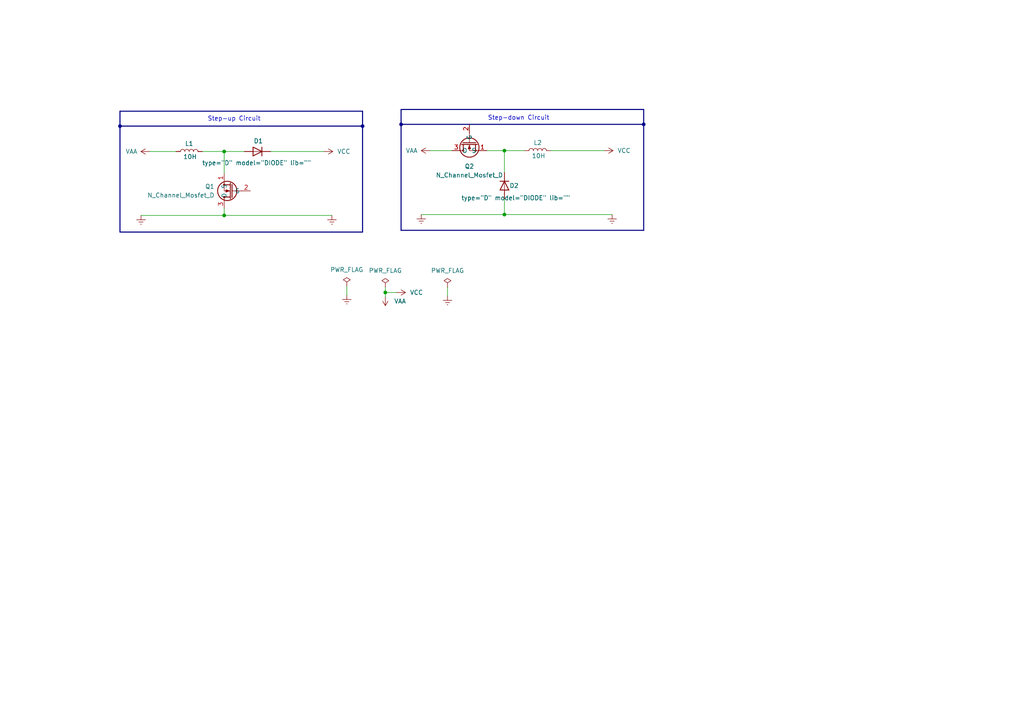
<source format=kicad_sch>
(kicad_sch (version 20211123) (generator eeschema)

  (uuid 0c4471f4-b29b-465e-be04-61c1ffe3534e)

  (paper "A4")

  (title_block
    (title "Non-Isolated Basic DC-DC Converter")
    (date "2022-05-18")
    (rev "v.1.1")
    (company "zhrzkn")
  )

  (lib_symbols
    (symbol "Device:L" (pin_numbers hide) (pin_names (offset 1.016) hide) (in_bom yes) (on_board yes)
      (property "Reference" "L" (id 0) (at -1.27 0 90)
        (effects (font (size 1.27 1.27)))
      )
      (property "Value" "L" (id 1) (at 1.905 0 90)
        (effects (font (size 1.27 1.27)))
      )
      (property "Footprint" "" (id 2) (at 0 0 0)
        (effects (font (size 1.27 1.27)) hide)
      )
      (property "Datasheet" "~" (id 3) (at 0 0 0)
        (effects (font (size 1.27 1.27)) hide)
      )
      (property "ki_keywords" "inductor choke coil reactor magnetic" (id 4) (at 0 0 0)
        (effects (font (size 1.27 1.27)) hide)
      )
      (property "ki_description" "Inductor" (id 5) (at 0 0 0)
        (effects (font (size 1.27 1.27)) hide)
      )
      (property "ki_fp_filters" "Choke_* *Coil* Inductor_* L_*" (id 6) (at 0 0 0)
        (effects (font (size 1.27 1.27)) hide)
      )
      (symbol "L_0_1"
        (arc (start 0 -2.54) (mid 0.635 -1.905) (end 0 -1.27)
          (stroke (width 0) (type default) (color 0 0 0 0))
          (fill (type none))
        )
        (arc (start 0 -1.27) (mid 0.635 -0.635) (end 0 0)
          (stroke (width 0) (type default) (color 0 0 0 0))
          (fill (type none))
        )
        (arc (start 0 0) (mid 0.635 0.635) (end 0 1.27)
          (stroke (width 0) (type default) (color 0 0 0 0))
          (fill (type none))
        )
        (arc (start 0 1.27) (mid 0.635 1.905) (end 0 2.54)
          (stroke (width 0) (type default) (color 0 0 0 0))
          (fill (type none))
        )
      )
      (symbol "L_1_1"
        (pin passive line (at 0 3.81 270) (length 1.27)
          (name "1" (effects (font (size 1.27 1.27))))
          (number "1" (effects (font (size 1.27 1.27))))
        )
        (pin passive line (at 0 -3.81 90) (length 1.27)
          (name "2" (effects (font (size 1.27 1.27))))
          (number "2" (effects (font (size 1.27 1.27))))
        )
      )
    )
    (symbol "Simulation_SPICE:DIODE" (pin_numbers hide) (pin_names (offset 1.016) hide) (in_bom yes) (on_board yes)
      (property "Reference" "D" (id 0) (at 0 2.54 0)
        (effects (font (size 1.27 1.27)))
      )
      (property "Value" "DIODE" (id 1) (at 0 -2.54 0)
        (effects (font (size 1.27 1.27)))
      )
      (property "Footprint" "" (id 2) (at 0 0 0)
        (effects (font (size 1.27 1.27)) hide)
      )
      (property "Datasheet" "~" (id 3) (at 0 0 0)
        (effects (font (size 1.27 1.27)) hide)
      )
      (property "Spice_Netlist_Enabled" "Y" (id 4) (at 0 0 0)
        (effects (font (size 1.27 1.27)) (justify left) hide)
      )
      (property "Spice_Primitive" "D" (id 5) (at 0 0 0)
        (effects (font (size 1.27 1.27)) (justify left) hide)
      )
      (property "ki_keywords" "simulation" (id 6) (at 0 0 0)
        (effects (font (size 1.27 1.27)) hide)
      )
      (property "ki_description" "Diode, anode on pin 1, for simulation only!" (id 7) (at 0 0 0)
        (effects (font (size 1.27 1.27)) hide)
      )
      (symbol "DIODE_0_1"
        (polyline
          (pts
            (xy 1.27 0)
            (xy -1.27 0)
          )
          (stroke (width 0) (type default) (color 0 0 0 0))
          (fill (type none))
        )
        (polyline
          (pts
            (xy 1.27 1.27)
            (xy 1.27 -1.27)
          )
          (stroke (width 0.254) (type default) (color 0 0 0 0))
          (fill (type none))
        )
        (polyline
          (pts
            (xy -1.27 -1.27)
            (xy -1.27 1.27)
            (xy 1.27 0)
            (xy -1.27 -1.27)
          )
          (stroke (width 0.254) (type default) (color 0 0 0 0))
          (fill (type none))
        )
      )
      (symbol "DIODE_1_1"
        (pin passive line (at -3.81 0 0) (length 2.54)
          (name "A" (effects (font (size 1.27 1.27))))
          (number "1" (effects (font (size 1.27 1.27))))
        )
        (pin passive line (at 3.81 0 180) (length 2.54)
          (name "K" (effects (font (size 1.27 1.27))))
          (number "2" (effects (font (size 1.27 1.27))))
        )
      )
    )
    (symbol "extra_library:N_Channel_Mosfet_D" (in_bom yes) (on_board yes)
      (property "Reference" "Q" (id 0) (at -1.27 4.318 0)
        (effects (font (size 1.27 1.27)))
      )
      (property "Value" "N_Channel_Mosfet_D" (id 1) (at 1.016 -8.128 0)
        (effects (font (size 1.27 1.27)))
      )
      (property "Footprint" "" (id 2) (at -1.778 0 0)
        (effects (font (size 1.27 1.27)) hide)
      )
      (property "Datasheet" "" (id 3) (at -1.778 0 0)
        (effects (font (size 1.27 1.27)) hide)
      )
      (symbol "N_Channel_Mosfet_D_0_1"
        (polyline
          (pts
            (xy 0 0)
            (xy -2.794 0)
          )
          (stroke (width 0) (type default) (color 0 0 0 0))
          (fill (type none))
        )
        (polyline
          (pts
            (xy 0 1.905)
            (xy 0 -1.905)
          )
          (stroke (width 0.254) (type default) (color 0 0 0 0))
          (fill (type none))
        )
        (polyline
          (pts
            (xy 0.508 -1.27)
            (xy 0.508 -2.286)
          )
          (stroke (width 0.254) (type default) (color 0 0 0 0))
          (fill (type none))
        )
        (polyline
          (pts
            (xy 0.508 0.508)
            (xy 0.508 -1.27)
          )
          (stroke (width 0.254) (type default) (color 0 0 0 0))
          (fill (type none))
        )
        (polyline
          (pts
            (xy 0.508 2.286)
            (xy 0.508 0.508)
          )
          (stroke (width 0.254) (type default) (color 0 0 0 0))
          (fill (type none))
        )
        (polyline
          (pts
            (xy 2.032 -1.778)
            (xy 0.508 -1.778)
          )
          (stroke (width 0.254) (type default) (color 0 0 0 0))
          (fill (type none))
        )
        (polyline
          (pts
            (xy 2.032 1.778)
            (xy 0.508 1.778)
          )
          (stroke (width 0.254) (type default) (color 0 0 0 0))
          (fill (type none))
        )
        (polyline
          (pts
            (xy 2.286 2.54)
            (xy 2.286 1.778)
          )
          (stroke (width 0) (type default) (color 0 0 0 0))
          (fill (type none))
        )
        (polyline
          (pts
            (xy 2.286 -2.54)
            (xy 2.286 0)
            (xy 0.508 0)
          )
          (stroke (width 0) (type default) (color 0 0 0 0))
          (fill (type none))
        )
        (polyline
          (pts
            (xy 0.762 0)
            (xy 1.778 0.381)
            (xy 1.778 -0.381)
            (xy 0.762 0)
          )
          (stroke (width 0) (type default) (color 0 0 0 0))
          (fill (type outline))
        )
        (circle (center 1.397 0) (radius 2.794)
          (stroke (width 0.254) (type default) (color 0 0 0 0))
          (fill (type none))
        )
        (circle (center 2.286 -1.778) (radius 0.254)
          (stroke (width 0) (type default) (color 0 0 0 0))
          (fill (type outline))
        )
        (circle (center 2.286 1.778) (radius 0.254)
          (stroke (width 0) (type default) (color 0 0 0 0))
          (fill (type outline))
        )
      )
      (symbol "N_Channel_Mosfet_D_1_1"
        (pin passive line (at 2.286 -5.08 90) (length 2.54)
          (name "S" (effects (font (size 1.27 1.27))))
          (number "1" (effects (font (size 1.27 1.27))))
        )
        (pin input line (at -5.334 0 0) (length 2.54)
          (name "G" (effects (font (size 1.27 1.27))))
          (number "2" (effects (font (size 1.27 1.27))))
        )
        (pin passive line (at 2.286 5.08 270) (length 2.54)
          (name "D" (effects (font (size 1.27 1.27))))
          (number "3" (effects (font (size 1.27 1.27))))
        )
      )
    )
    (symbol "power:Earth" (power) (pin_names (offset 0)) (in_bom yes) (on_board yes)
      (property "Reference" "#PWR" (id 0) (at 0 -6.35 0)
        (effects (font (size 1.27 1.27)) hide)
      )
      (property "Value" "Earth" (id 1) (at 0 -3.81 0)
        (effects (font (size 1.27 1.27)) hide)
      )
      (property "Footprint" "" (id 2) (at 0 0 0)
        (effects (font (size 1.27 1.27)) hide)
      )
      (property "Datasheet" "~" (id 3) (at 0 0 0)
        (effects (font (size 1.27 1.27)) hide)
      )
      (property "ki_keywords" "power-flag ground gnd" (id 4) (at 0 0 0)
        (effects (font (size 1.27 1.27)) hide)
      )
      (property "ki_description" "Power symbol creates a global label with name \"Earth\"" (id 5) (at 0 0 0)
        (effects (font (size 1.27 1.27)) hide)
      )
      (symbol "Earth_0_1"
        (polyline
          (pts
            (xy -0.635 -1.905)
            (xy 0.635 -1.905)
          )
          (stroke (width 0) (type default) (color 0 0 0 0))
          (fill (type none))
        )
        (polyline
          (pts
            (xy -0.127 -2.54)
            (xy 0.127 -2.54)
          )
          (stroke (width 0) (type default) (color 0 0 0 0))
          (fill (type none))
        )
        (polyline
          (pts
            (xy 0 -1.27)
            (xy 0 0)
          )
          (stroke (width 0) (type default) (color 0 0 0 0))
          (fill (type none))
        )
        (polyline
          (pts
            (xy 1.27 -1.27)
            (xy -1.27 -1.27)
          )
          (stroke (width 0) (type default) (color 0 0 0 0))
          (fill (type none))
        )
      )
      (symbol "Earth_1_1"
        (pin power_in line (at 0 0 270) (length 0) hide
          (name "Earth" (effects (font (size 1.27 1.27))))
          (number "1" (effects (font (size 1.27 1.27))))
        )
      )
    )
    (symbol "power:PWR_FLAG" (power) (pin_numbers hide) (pin_names (offset 0) hide) (in_bom yes) (on_board yes)
      (property "Reference" "#FLG" (id 0) (at 0 1.905 0)
        (effects (font (size 1.27 1.27)) hide)
      )
      (property "Value" "PWR_FLAG" (id 1) (at 0 3.81 0)
        (effects (font (size 1.27 1.27)))
      )
      (property "Footprint" "" (id 2) (at 0 0 0)
        (effects (font (size 1.27 1.27)) hide)
      )
      (property "Datasheet" "~" (id 3) (at 0 0 0)
        (effects (font (size 1.27 1.27)) hide)
      )
      (property "ki_keywords" "power-flag" (id 4) (at 0 0 0)
        (effects (font (size 1.27 1.27)) hide)
      )
      (property "ki_description" "Special symbol for telling ERC where power comes from" (id 5) (at 0 0 0)
        (effects (font (size 1.27 1.27)) hide)
      )
      (symbol "PWR_FLAG_0_0"
        (pin power_out line (at 0 0 90) (length 0)
          (name "pwr" (effects (font (size 1.27 1.27))))
          (number "1" (effects (font (size 1.27 1.27))))
        )
      )
      (symbol "PWR_FLAG_0_1"
        (polyline
          (pts
            (xy 0 0)
            (xy 0 1.27)
            (xy -1.016 1.905)
            (xy 0 2.54)
            (xy 1.016 1.905)
            (xy 0 1.27)
          )
          (stroke (width 0) (type default) (color 0 0 0 0))
          (fill (type none))
        )
      )
    )
    (symbol "power:VAA" (power) (pin_names (offset 0)) (in_bom yes) (on_board yes)
      (property "Reference" "#PWR" (id 0) (at 0 -3.81 0)
        (effects (font (size 1.27 1.27)) hide)
      )
      (property "Value" "VAA" (id 1) (at 0 3.81 0)
        (effects (font (size 1.27 1.27)))
      )
      (property "Footprint" "" (id 2) (at 0 0 0)
        (effects (font (size 1.27 1.27)) hide)
      )
      (property "Datasheet" "" (id 3) (at 0 0 0)
        (effects (font (size 1.27 1.27)) hide)
      )
      (property "ki_keywords" "power-flag" (id 4) (at 0 0 0)
        (effects (font (size 1.27 1.27)) hide)
      )
      (property "ki_description" "Power symbol creates a global label with name \"VAA\"" (id 5) (at 0 0 0)
        (effects (font (size 1.27 1.27)) hide)
      )
      (symbol "VAA_0_1"
        (polyline
          (pts
            (xy -0.762 1.27)
            (xy 0 2.54)
          )
          (stroke (width 0) (type default) (color 0 0 0 0))
          (fill (type none))
        )
        (polyline
          (pts
            (xy 0 0)
            (xy 0 2.54)
          )
          (stroke (width 0) (type default) (color 0 0 0 0))
          (fill (type none))
        )
        (polyline
          (pts
            (xy 0 2.54)
            (xy 0.762 1.27)
          )
          (stroke (width 0) (type default) (color 0 0 0 0))
          (fill (type none))
        )
      )
      (symbol "VAA_1_1"
        (pin power_in line (at 0 0 90) (length 0) hide
          (name "VAA" (effects (font (size 1.27 1.27))))
          (number "1" (effects (font (size 1.27 1.27))))
        )
      )
    )
    (symbol "power:VCC" (power) (pin_names (offset 0)) (in_bom yes) (on_board yes)
      (property "Reference" "#PWR" (id 0) (at 0 -3.81 0)
        (effects (font (size 1.27 1.27)) hide)
      )
      (property "Value" "VCC" (id 1) (at 0 3.81 0)
        (effects (font (size 1.27 1.27)))
      )
      (property "Footprint" "" (id 2) (at 0 0 0)
        (effects (font (size 1.27 1.27)) hide)
      )
      (property "Datasheet" "" (id 3) (at 0 0 0)
        (effects (font (size 1.27 1.27)) hide)
      )
      (property "ki_keywords" "power-flag" (id 4) (at 0 0 0)
        (effects (font (size 1.27 1.27)) hide)
      )
      (property "ki_description" "Power symbol creates a global label with name \"VCC\"" (id 5) (at 0 0 0)
        (effects (font (size 1.27 1.27)) hide)
      )
      (symbol "VCC_0_1"
        (polyline
          (pts
            (xy -0.762 1.27)
            (xy 0 2.54)
          )
          (stroke (width 0) (type default) (color 0 0 0 0))
          (fill (type none))
        )
        (polyline
          (pts
            (xy 0 0)
            (xy 0 2.54)
          )
          (stroke (width 0) (type default) (color 0 0 0 0))
          (fill (type none))
        )
        (polyline
          (pts
            (xy 0 2.54)
            (xy 0.762 1.27)
          )
          (stroke (width 0) (type default) (color 0 0 0 0))
          (fill (type none))
        )
      )
      (symbol "VCC_1_1"
        (pin power_in line (at 0 0 90) (length 0) hide
          (name "VCC" (effects (font (size 1.27 1.27))))
          (number "1" (effects (font (size 1.27 1.27))))
        )
      )
    )
  )


  (junction (at 34.798 36.576) (diameter 0) (color 0 0 0 0)
    (uuid 12b9cbee-a0a0-4d66-8e56-a5c287911e4c)
  )
  (junction (at 146.304 62.23) (diameter 0) (color 0 0 0 0)
    (uuid 13529351-c15e-4150-95da-7e54f4a0d77c)
  )
  (junction (at 116.332 36.068) (diameter 0) (color 0 0 0 0)
    (uuid 171c68ee-cc31-422a-8a56-fdcfe659a7cb)
  )
  (junction (at 186.69 36.068) (diameter 0) (color 0 0 0 0)
    (uuid 6e125345-6964-49da-971b-4f27b967977b)
  )
  (junction (at 65.024 62.484) (diameter 0) (color 0 0 0 0)
    (uuid 83ccdad4-7117-4211-9d57-4590fb4c0eba)
  )
  (junction (at 111.76 84.836) (diameter 0) (color 0 0 0 0)
    (uuid 9c192927-ee1c-456b-8ab9-9047f13074df)
  )
  (junction (at 65.024 43.942) (diameter 0) (color 0 0 0 0)
    (uuid b0ba4d97-ae18-40b0-b22d-be6cce2b4119)
  )
  (junction (at 146.304 43.688) (diameter 0) (color 0 0 0 0)
    (uuid cceeef26-def1-4dc6-9705-de83f97410a2)
  )
  (junction (at 105.156 36.576) (diameter 0) (color 0 0 0 0)
    (uuid ee026a59-9b41-4ab7-9dd8-e37ca7b4d282)
  )

  (wire (pts (xy 65.024 43.942) (xy 70.866 43.942))
    (stroke (width 0) (type default) (color 0 0 0 0))
    (uuid 07a62ba2-d298-4431-a8f1-745e978bc20b)
  )
  (wire (pts (xy 111.76 84.836) (xy 111.76 86.106))
    (stroke (width 0) (type default) (color 0 0 0 0))
    (uuid 08ad1f43-5328-4dd2-b463-3ab0dc1f1db3)
  )
  (bus (pts (xy 34.798 32.258) (xy 34.798 36.576))
    (stroke (width 0) (type default) (color 0 0 0 0))
    (uuid 0f444ce7-c741-44d7-b6f9-55387523b8f0)
  )
  (bus (pts (xy 105.156 67.31) (xy 34.798 67.31))
    (stroke (width 0) (type default) (color 0 0 0 0))
    (uuid 1ed1e23f-9a20-49bb-9f33-02ffe685486c)
  )
  (bus (pts (xy 34.798 36.576) (xy 105.156 36.576))
    (stroke (width 0) (type default) (color 0 0 0 0))
    (uuid 243fc26c-3e7f-4121-a52a-e98139f912a4)
  )
  (bus (pts (xy 186.69 66.802) (xy 116.332 66.802))
    (stroke (width 0) (type default) (color 0 0 0 0))
    (uuid 2923aef8-8a8f-4198-ae9a-19b15900970c)
  )

  (wire (pts (xy 146.304 62.23) (xy 177.546 62.23))
    (stroke (width 0) (type default) (color 0 0 0 0))
    (uuid 29bbd593-d4e2-466d-ab95-f0ec05a14a1d)
  )
  (wire (pts (xy 146.304 43.688) (xy 146.304 50.038))
    (stroke (width 0) (type default) (color 0 0 0 0))
    (uuid 2a1abd9c-8e34-4cdb-b5fe-73ffdeaa6cfa)
  )
  (wire (pts (xy 65.024 62.484) (xy 65.024 60.452))
    (stroke (width 0) (type default) (color 0 0 0 0))
    (uuid 5308fc5d-e06d-4f4c-889f-22db87f9ac0e)
  )
  (wire (pts (xy 124.714 43.688) (xy 131.064 43.688))
    (stroke (width 0) (type default) (color 0 0 0 0))
    (uuid 5a53b05f-31dd-4add-81c8-a49059c8968a)
  )
  (bus (pts (xy 116.332 66.802) (xy 116.332 36.068))
    (stroke (width 0) (type default) (color 0 0 0 0))
    (uuid 67e94fed-c702-476d-ad39-def8167e84c9)
  )
  (bus (pts (xy 105.156 36.576) (xy 105.156 32.258))
    (stroke (width 0) (type default) (color 0 0 0 0))
    (uuid 70342581-367a-41d6-8147-f2057ca73104)
  )
  (bus (pts (xy 116.332 36.068) (xy 186.69 36.068))
    (stroke (width 0) (type default) (color 0 0 0 0))
    (uuid 76f743a1-068a-44ad-bc67-d1507d4a01f7)
  )

  (wire (pts (xy 122.174 62.23) (xy 146.304 62.23))
    (stroke (width 0) (type default) (color 0 0 0 0))
    (uuid 85ff2822-9f9f-4715-87d3-5ceec8641b12)
  )
  (wire (pts (xy 100.584 83.058) (xy 100.584 85.598))
    (stroke (width 0) (type default) (color 0 0 0 0))
    (uuid 86a0b460-0dcf-4af6-8807-6de02185e4b4)
  )
  (wire (pts (xy 146.304 57.658) (xy 146.304 62.23))
    (stroke (width 0) (type default) (color 0 0 0 0))
    (uuid 893bbe0f-ef56-4b23-9887-c5778965bbbd)
  )
  (bus (pts (xy 186.69 31.75) (xy 116.332 31.75))
    (stroke (width 0) (type default) (color 0 0 0 0))
    (uuid 8cac28fc-449c-4378-93e0-a9c24e7d3df5)
  )

  (wire (pts (xy 129.794 83.312) (xy 129.794 85.852))
    (stroke (width 0) (type default) (color 0 0 0 0))
    (uuid 9a7b5fc9-a3b4-4479-9d43-be047ba0d368)
  )
  (wire (pts (xy 40.894 62.484) (xy 65.024 62.484))
    (stroke (width 0) (type default) (color 0 0 0 0))
    (uuid a2f4c5e8-0834-4aac-b83e-2e2c7b24cd1e)
  )
  (wire (pts (xy 111.76 83.312) (xy 111.76 84.836))
    (stroke (width 0) (type default) (color 0 0 0 0))
    (uuid aab38304-1a74-43f1-98cc-ea9bb7b47a81)
  )
  (wire (pts (xy 146.304 43.688) (xy 152.146 43.688))
    (stroke (width 0) (type default) (color 0 0 0 0))
    (uuid aea63992-7a0c-4c21-9f72-e379fd0f3034)
  )
  (wire (pts (xy 65.024 43.942) (xy 65.024 50.292))
    (stroke (width 0) (type default) (color 0 0 0 0))
    (uuid af721533-af1c-44a0-a4fa-187279c36847)
  )
  (wire (pts (xy 141.224 43.688) (xy 146.304 43.688))
    (stroke (width 0) (type default) (color 0 0 0 0))
    (uuid b4e566e6-cf72-4531-a14e-ed0fe8c1d561)
  )
  (wire (pts (xy 58.674 43.942) (xy 65.024 43.942))
    (stroke (width 0) (type default) (color 0 0 0 0))
    (uuid b89cea99-609d-4807-a849-8046567ede26)
  )
  (bus (pts (xy 186.69 36.068) (xy 186.69 31.75))
    (stroke (width 0) (type default) (color 0 0 0 0))
    (uuid bbcffdef-77e8-4928-b751-daa7ab9d216f)
  )
  (bus (pts (xy 105.156 36.576) (xy 105.156 67.31))
    (stroke (width 0) (type default) (color 0 0 0 0))
    (uuid c212c547-057e-4694-9e94-7f4b49db7cfd)
  )
  (bus (pts (xy 116.332 31.75) (xy 116.332 36.068))
    (stroke (width 0) (type default) (color 0 0 0 0))
    (uuid c3d46640-cf79-4751-8030-40ed36b86899)
  )
  (bus (pts (xy 34.798 67.31) (xy 34.798 36.576))
    (stroke (width 0) (type default) (color 0 0 0 0))
    (uuid ca56b3f1-4dd2-4787-a4bf-407829197fc3)
  )
  (bus (pts (xy 105.156 32.258) (xy 34.798 32.258))
    (stroke (width 0) (type default) (color 0 0 0 0))
    (uuid cdcf2fd0-5a79-4708-8a51-6096ef4aa552)
  )

  (wire (pts (xy 111.76 84.836) (xy 115.062 84.836))
    (stroke (width 0) (type default) (color 0 0 0 0))
    (uuid d691d397-35a0-4862-8ff8-107175d6f4a1)
  )
  (wire (pts (xy 159.766 43.688) (xy 175.26 43.688))
    (stroke (width 0) (type default) (color 0 0 0 0))
    (uuid dbf33432-e1e9-4a2d-a3fc-0b896a79db49)
  )
  (wire (pts (xy 43.434 43.942) (xy 51.054 43.942))
    (stroke (width 0) (type default) (color 0 0 0 0))
    (uuid dfa1dda7-bb52-41fa-befa-bddb04a7ddfb)
  )
  (wire (pts (xy 65.024 62.484) (xy 96.266 62.484))
    (stroke (width 0) (type default) (color 0 0 0 0))
    (uuid f2b2e796-0c60-40dc-bdf0-183659d63152)
  )
  (bus (pts (xy 186.69 36.068) (xy 186.69 66.802))
    (stroke (width 0) (type default) (color 0 0 0 0))
    (uuid f3233096-a38b-4bf6-8a4d-d8281a4f0faf)
  )

  (wire (pts (xy 78.486 43.942) (xy 93.98 43.942))
    (stroke (width 0) (type default) (color 0 0 0 0))
    (uuid f9bac012-c9bb-451b-bb08-3ea732987882)
  )

  (text "Step-down Circuit" (at 141.478 35.052 0)
    (effects (font (size 1.27 1.27)) (justify left bottom))
    (uuid 5e82335b-86c7-41da-beff-6b6e66573b2e)
  )
  (text "Step-up Circuit" (at 60.198 35.306 0)
    (effects (font (size 1.27 1.27)) (justify left bottom))
    (uuid c4978b08-bc13-4b86-bebb-f13511fff0c6)
  )

  (symbol (lib_id "Device:L") (at 155.956 43.688 90) (unit 1)
    (in_bom yes) (on_board yes)
    (uuid 14f02a5a-d7b4-4293-87d3-e7d91f0b7abe)
    (property "Reference" "L2" (id 0) (at 155.956 41.402 90))
    (property "Value" "10H" (id 1) (at 156.21 45.212 90))
    (property "Footprint" "Inductor_SMD:L_0402_1005Metric" (id 2) (at 155.956 43.688 0)
      (effects (font (size 1.27 1.27)) hide)
    )
    (property "Datasheet" "~" (id 3) (at 155.956 43.688 0)
      (effects (font (size 1.27 1.27)) hide)
    )
    (pin "1" (uuid f98fbcf8-45d7-4799-9bbb-67c5d5d602ed))
    (pin "2" (uuid 69c2cfad-420c-48ba-bb8e-2035ae80b446))
  )

  (symbol (lib_id "power:PWR_FLAG") (at 129.794 83.312 0) (unit 1)
    (in_bom yes) (on_board yes) (fields_autoplaced)
    (uuid 157fd7ac-190d-43ea-9642-3ba8bd9386dd)
    (property "Reference" "#FLG?" (id 0) (at 129.794 81.407 0)
      (effects (font (size 1.27 1.27)) hide)
    )
    (property "Value" "PWR_FLAG" (id 1) (at 129.794 78.486 0))
    (property "Footprint" "" (id 2) (at 129.794 83.312 0)
      (effects (font (size 1.27 1.27)) hide)
    )
    (property "Datasheet" "~" (id 3) (at 129.794 83.312 0)
      (effects (font (size 1.27 1.27)) hide)
    )
    (pin "1" (uuid a0c4d56a-b494-4467-982c-6342e0a3d871))
  )

  (symbol (lib_id "power:VCC") (at 93.98 43.942 270) (unit 1)
    (in_bom yes) (on_board yes) (fields_autoplaced)
    (uuid 24a91c57-7b6a-49a0-a7b1-a523cf248b15)
    (property "Reference" "#PWR03" (id 0) (at 90.17 43.942 0)
      (effects (font (size 1.27 1.27)) hide)
    )
    (property "Value" "VCC" (id 1) (at 97.79 43.9419 90)
      (effects (font (size 1.27 1.27)) (justify left))
    )
    (property "Footprint" "" (id 2) (at 93.98 43.942 0)
      (effects (font (size 1.27 1.27)) hide)
    )
    (property "Datasheet" "" (id 3) (at 93.98 43.942 0)
      (effects (font (size 1.27 1.27)) hide)
    )
    (pin "1" (uuid 7fed48c3-ae18-4447-9e14-e4519c92735b))
  )

  (symbol (lib_id "power:VAA") (at 124.714 43.688 90) (unit 1)
    (in_bom yes) (on_board yes) (fields_autoplaced)
    (uuid 5415bfa9-635b-4c69-89cb-6ab06560f58c)
    (property "Reference" "#PWR06" (id 0) (at 128.524 43.688 0)
      (effects (font (size 1.27 1.27)) hide)
    )
    (property "Value" "VAA" (id 1) (at 121.158 43.6879 90)
      (effects (font (size 1.27 1.27)) (justify left))
    )
    (property "Footprint" "" (id 2) (at 124.714 43.688 0)
      (effects (font (size 1.27 1.27)) hide)
    )
    (property "Datasheet" "" (id 3) (at 124.714 43.688 0)
      (effects (font (size 1.27 1.27)) hide)
    )
    (pin "1" (uuid cf185d5e-b69b-470d-9e1f-6779bda9cc27))
  )

  (symbol (lib_id "extra_library:N_Channel_Mosfet_D") (at 67.31 55.372 180) (unit 1)
    (in_bom yes) (on_board yes) (fields_autoplaced)
    (uuid 57877d99-a77a-4b47-bd2f-bd339f2588c9)
    (property "Reference" "Q1" (id 0) (at 62.23 54.1019 0)
      (effects (font (size 1.27 1.27)) (justify left))
    )
    (property "Value" "N_Channel_Mosfet_D" (id 1) (at 62.23 56.6419 0)
      (effects (font (size 1.27 1.27)) (justify left))
    )
    (property "Footprint" "Package_TO_SOT_SMD:SOT-23" (id 2) (at 69.088 55.372 0)
      (effects (font (size 1.27 1.27)) hide)
    )
    (property "Datasheet" "" (id 3) (at 69.088 55.372 0)
      (effects (font (size 1.27 1.27)) hide)
    )
    (pin "1" (uuid 7aac8769-0549-4997-9fe4-46600db9c3d8))
    (pin "2" (uuid 4b0c4f33-04d9-4afe-b80b-f82a01f59109))
    (pin "3" (uuid 4cc8e9f5-f30d-4745-b9b9-37e8d0bbfd45))
  )

  (symbol (lib_id "power:Earth") (at 96.266 62.484 0) (unit 1)
    (in_bom yes) (on_board yes) (fields_autoplaced)
    (uuid 602116c0-6d90-4600-a6c6-ca0b2caeb7b7)
    (property "Reference" "#PWR04" (id 0) (at 96.266 68.834 0)
      (effects (font (size 1.27 1.27)) hide)
    )
    (property "Value" "Earth" (id 1) (at 96.266 66.294 0)
      (effects (font (size 1.27 1.27)) hide)
    )
    (property "Footprint" "" (id 2) (at 96.266 62.484 0)
      (effects (font (size 1.27 1.27)) hide)
    )
    (property "Datasheet" "~" (id 3) (at 96.266 62.484 0)
      (effects (font (size 1.27 1.27)) hide)
    )
    (pin "1" (uuid 2345328a-ad37-408d-a5f0-fcb5e8525397))
  )

  (symbol (lib_id "power:Earth") (at 177.546 62.23 0) (unit 1)
    (in_bom yes) (on_board yes) (fields_autoplaced)
    (uuid 6a212009-26d1-4561-8ddb-a7f614a39dd2)
    (property "Reference" "#PWR08" (id 0) (at 177.546 68.58 0)
      (effects (font (size 1.27 1.27)) hide)
    )
    (property "Value" "Earth" (id 1) (at 177.546 66.04 0)
      (effects (font (size 1.27 1.27)) hide)
    )
    (property "Footprint" "" (id 2) (at 177.546 62.23 0)
      (effects (font (size 1.27 1.27)) hide)
    )
    (property "Datasheet" "~" (id 3) (at 177.546 62.23 0)
      (effects (font (size 1.27 1.27)) hide)
    )
    (pin "1" (uuid 484dd709-2ee6-4644-9bf9-a90ed420c103))
  )

  (symbol (lib_id "power:Earth") (at 100.584 85.598 0) (unit 1)
    (in_bom yes) (on_board yes) (fields_autoplaced)
    (uuid 6e44e45b-ba10-412a-a4ac-29d693091659)
    (property "Reference" "#PWR0103" (id 0) (at 100.584 91.948 0)
      (effects (font (size 1.27 1.27)) hide)
    )
    (property "Value" "Earth" (id 1) (at 100.584 89.408 0)
      (effects (font (size 1.27 1.27)) hide)
    )
    (property "Footprint" "" (id 2) (at 100.584 85.598 0)
      (effects (font (size 1.27 1.27)) hide)
    )
    (property "Datasheet" "~" (id 3) (at 100.584 85.598 0)
      (effects (font (size 1.27 1.27)) hide)
    )
    (pin "1" (uuid 19adde1d-532e-4510-9cfc-fbd1be50bb84))
  )

  (symbol (lib_id "power:PWR_FLAG") (at 100.584 83.058 0) (unit 1)
    (in_bom yes) (on_board yes) (fields_autoplaced)
    (uuid 745a15b1-e616-4ae2-a5b2-d587aeb34da8)
    (property "Reference" "#FLG0102" (id 0) (at 100.584 81.153 0)
      (effects (font (size 1.27 1.27)) hide)
    )
    (property "Value" "PWR_FLAG" (id 1) (at 100.584 78.232 0))
    (property "Footprint" "" (id 2) (at 100.584 83.058 0)
      (effects (font (size 1.27 1.27)) hide)
    )
    (property "Datasheet" "~" (id 3) (at 100.584 83.058 0)
      (effects (font (size 1.27 1.27)) hide)
    )
    (pin "1" (uuid dc910a4c-b3a0-46ba-ad61-1f174dcacc06))
  )

  (symbol (lib_id "Simulation_SPICE:DIODE") (at 146.304 53.848 90) (unit 1)
    (in_bom yes) (on_board yes)
    (uuid 759e4e00-a918-4ea3-8e91-73ae70d3c8c9)
    (property "Reference" "D2" (id 0) (at 149.098 53.848 90))
    (property "Value" "DIODE" (id 1) (at 149.606 57.404 90))
    (property "Footprint" "Diode_SMD:D_2010_5025Metric" (id 2) (at 146.304 53.848 0)
      (effects (font (size 1.27 1.27)) hide)
    )
    (property "Datasheet" "~" (id 3) (at 146.304 53.848 0)
      (effects (font (size 1.27 1.27)) hide)
    )
    (property "Spice_Netlist_Enabled" "Y" (id 4) (at 146.304 53.848 0)
      (effects (font (size 1.27 1.27)) (justify left) hide)
    )
    (property "Spice_Primitive" "D" (id 5) (at 146.304 53.848 0)
      (effects (font (size 1.27 1.27)) (justify left) hide)
    )
    (pin "1" (uuid 359d7596-d4db-4452-b185-a45b7466b8e3))
    (pin "2" (uuid be7e89b7-7e86-4200-843b-312db5e95201))
  )

  (symbol (lib_id "power:Earth") (at 122.174 62.23 0) (unit 1)
    (in_bom yes) (on_board yes) (fields_autoplaced)
    (uuid 867a3fab-8cc8-4057-a900-1941d4f16e14)
    (property "Reference" "#PWR05" (id 0) (at 122.174 68.58 0)
      (effects (font (size 1.27 1.27)) hide)
    )
    (property "Value" "Earth" (id 1) (at 122.174 66.04 0)
      (effects (font (size 1.27 1.27)) hide)
    )
    (property "Footprint" "" (id 2) (at 122.174 62.23 0)
      (effects (font (size 1.27 1.27)) hide)
    )
    (property "Datasheet" "~" (id 3) (at 122.174 62.23 0)
      (effects (font (size 1.27 1.27)) hide)
    )
    (pin "1" (uuid 0bf6c986-7814-447e-94e5-4c7338ce316e))
  )

  (symbol (lib_id "power:VCC") (at 175.26 43.688 270) (unit 1)
    (in_bom yes) (on_board yes) (fields_autoplaced)
    (uuid 87130bea-7d97-46ad-bc35-bcef7aa9dccd)
    (property "Reference" "#PWR07" (id 0) (at 171.45 43.688 0)
      (effects (font (size 1.27 1.27)) hide)
    )
    (property "Value" "VCC" (id 1) (at 179.07 43.6879 90)
      (effects (font (size 1.27 1.27)) (justify left))
    )
    (property "Footprint" "" (id 2) (at 175.26 43.688 0)
      (effects (font (size 1.27 1.27)) hide)
    )
    (property "Datasheet" "" (id 3) (at 175.26 43.688 0)
      (effects (font (size 1.27 1.27)) hide)
    )
    (pin "1" (uuid 28c71f1e-8461-480c-80e5-c5f39ce436e8))
  )

  (symbol (lib_id "power:Earth") (at 40.894 62.484 0) (unit 1)
    (in_bom yes) (on_board yes) (fields_autoplaced)
    (uuid 878cd515-2a9b-4be8-8c70-ad360686f4f2)
    (property "Reference" "#PWR01" (id 0) (at 40.894 68.834 0)
      (effects (font (size 1.27 1.27)) hide)
    )
    (property "Value" "Earth" (id 1) (at 40.894 66.294 0)
      (effects (font (size 1.27 1.27)) hide)
    )
    (property "Footprint" "" (id 2) (at 40.894 62.484 0)
      (effects (font (size 1.27 1.27)) hide)
    )
    (property "Datasheet" "~" (id 3) (at 40.894 62.484 0)
      (effects (font (size 1.27 1.27)) hide)
    )
    (pin "1" (uuid 82204afe-ba15-4352-a796-929a104f742b))
  )

  (symbol (lib_id "extra_library:N_Channel_Mosfet_D") (at 136.144 41.402 90) (mirror x) (unit 1)
    (in_bom yes) (on_board yes) (fields_autoplaced)
    (uuid 88a8aa35-8b91-4f44-99e2-42212466a0c8)
    (property "Reference" "Q2" (id 0) (at 136.144 48.26 90))
    (property "Value" "N_Channel_Mosfet_D" (id 1) (at 136.144 50.8 90))
    (property "Footprint" "Package_TO_SOT_SMD:SOT-23" (id 2) (at 136.144 39.624 0)
      (effects (font (size 1.27 1.27)) hide)
    )
    (property "Datasheet" "" (id 3) (at 136.144 39.624 0)
      (effects (font (size 1.27 1.27)) hide)
    )
    (pin "1" (uuid 4244bc52-7d74-44fd-acdd-99c6bee3880d))
    (pin "2" (uuid 1f54a472-fd32-404a-96b5-bc43e696440f))
    (pin "3" (uuid df2fa672-ad93-4ed2-9989-3e22dde04527))
  )

  (symbol (lib_id "power:VAA") (at 43.434 43.942 90) (unit 1)
    (in_bom yes) (on_board yes) (fields_autoplaced)
    (uuid 9b137e6d-0907-404a-a780-374f047b7c4b)
    (property "Reference" "#PWR02" (id 0) (at 47.244 43.942 0)
      (effects (font (size 1.27 1.27)) hide)
    )
    (property "Value" "VAA" (id 1) (at 39.878 43.9419 90)
      (effects (font (size 1.27 1.27)) (justify left))
    )
    (property "Footprint" "" (id 2) (at 43.434 43.942 0)
      (effects (font (size 1.27 1.27)) hide)
    )
    (property "Datasheet" "" (id 3) (at 43.434 43.942 0)
      (effects (font (size 1.27 1.27)) hide)
    )
    (pin "1" (uuid 14425ed0-9fe7-4be7-968f-32e96ed4240d))
  )

  (symbol (lib_id "power:VAA") (at 111.76 86.106 180) (unit 1)
    (in_bom yes) (on_board yes) (fields_autoplaced)
    (uuid a5fcb4b9-5c16-4072-987a-fed0c24d6cc1)
    (property "Reference" "#PWR0101" (id 0) (at 111.76 82.296 0)
      (effects (font (size 1.27 1.27)) hide)
    )
    (property "Value" "VAA" (id 1) (at 114.3 87.3759 0)
      (effects (font (size 1.27 1.27)) (justify right))
    )
    (property "Footprint" "" (id 2) (at 111.76 86.106 0)
      (effects (font (size 1.27 1.27)) hide)
    )
    (property "Datasheet" "" (id 3) (at 111.76 86.106 0)
      (effects (font (size 1.27 1.27)) hide)
    )
    (pin "1" (uuid db783d39-4c26-43cd-92b1-5e6cf43cbadf))
  )

  (symbol (lib_id "power:PWR_FLAG") (at 111.76 83.312 0) (unit 1)
    (in_bom yes) (on_board yes) (fields_autoplaced)
    (uuid cb1b967b-4b0a-4341-a5f6-b74e5eb321a9)
    (property "Reference" "#FLG0101" (id 0) (at 111.76 81.407 0)
      (effects (font (size 1.27 1.27)) hide)
    )
    (property "Value" "PWR_FLAG" (id 1) (at 111.76 78.486 0))
    (property "Footprint" "" (id 2) (at 111.76 83.312 0)
      (effects (font (size 1.27 1.27)) hide)
    )
    (property "Datasheet" "~" (id 3) (at 111.76 83.312 0)
      (effects (font (size 1.27 1.27)) hide)
    )
    (pin "1" (uuid c35e8735-7449-4f93-9163-7b75fc193832))
  )

  (symbol (lib_id "power:VCC") (at 115.062 84.836 270) (unit 1)
    (in_bom yes) (on_board yes) (fields_autoplaced)
    (uuid eb3d8694-3755-4d57-9e01-d253194f071d)
    (property "Reference" "#PWR0102" (id 0) (at 111.252 84.836 0)
      (effects (font (size 1.27 1.27)) hide)
    )
    (property "Value" "VCC" (id 1) (at 118.872 84.8359 90)
      (effects (font (size 1.27 1.27)) (justify left))
    )
    (property "Footprint" "" (id 2) (at 115.062 84.836 0)
      (effects (font (size 1.27 1.27)) hide)
    )
    (property "Datasheet" "" (id 3) (at 115.062 84.836 0)
      (effects (font (size 1.27 1.27)) hide)
    )
    (pin "1" (uuid caad4efe-5672-43c7-b3ae-3d06056e2520))
  )

  (symbol (lib_id "Simulation_SPICE:DIODE") (at 74.676 43.942 0) (unit 1)
    (in_bom yes) (on_board yes)
    (uuid f0911f9f-bd0d-4ef5-aedb-8f765f0712f1)
    (property "Reference" "D1" (id 0) (at 74.93 40.894 0))
    (property "Value" "DIODE" (id 1) (at 74.422 47.244 0))
    (property "Footprint" "Diode_SMD:D_2010_5025Metric" (id 2) (at 74.676 43.942 0)
      (effects (font (size 1.27 1.27)) hide)
    )
    (property "Datasheet" "~" (id 3) (at 74.676 43.942 0)
      (effects (font (size 1.27 1.27)) hide)
    )
    (property "Spice_Netlist_Enabled" "Y" (id 4) (at 74.676 43.942 0)
      (effects (font (size 1.27 1.27)) (justify left) hide)
    )
    (property "Spice_Primitive" "D" (id 5) (at 74.676 43.942 0)
      (effects (font (size 1.27 1.27)) (justify left) hide)
    )
    (pin "1" (uuid 21da9cd2-c9f6-4d86-b82b-a9e8dbc1256b))
    (pin "2" (uuid beb75468-6bfc-445a-a571-954f33e2094d))
  )

  (symbol (lib_id "Device:L") (at 54.864 43.942 90) (unit 1)
    (in_bom yes) (on_board yes)
    (uuid f887fbc9-3266-479a-a970-4d0b8834edb6)
    (property "Reference" "L1" (id 0) (at 54.864 41.656 90))
    (property "Value" "10H" (id 1) (at 55.118 45.466 90))
    (property "Footprint" "Inductor_SMD:L_0402_1005Metric" (id 2) (at 54.864 43.942 0)
      (effects (font (size 1.27 1.27)) hide)
    )
    (property "Datasheet" "~" (id 3) (at 54.864 43.942 0)
      (effects (font (size 1.27 1.27)) hide)
    )
    (pin "1" (uuid f34f9bf0-3498-45ea-b223-3704515de5c5))
    (pin "2" (uuid 31018fa1-e919-4daf-8133-30e457157f61))
  )

  (symbol (lib_id "power:Earth") (at 129.794 85.852 0) (unit 1)
    (in_bom yes) (on_board yes) (fields_autoplaced)
    (uuid fd6fa986-d6ed-4977-ad57-e54366d2708e)
    (property "Reference" "#PWR?" (id 0) (at 129.794 92.202 0)
      (effects (font (size 1.27 1.27)) hide)
    )
    (property "Value" "Earth" (id 1) (at 129.794 89.662 0)
      (effects (font (size 1.27 1.27)) hide)
    )
    (property "Footprint" "" (id 2) (at 129.794 85.852 0)
      (effects (font (size 1.27 1.27)) hide)
    )
    (property "Datasheet" "~" (id 3) (at 129.794 85.852 0)
      (effects (font (size 1.27 1.27)) hide)
    )
    (pin "1" (uuid d8d98a68-7a15-4c41-848b-d67a7fb49ad9))
  )

  (sheet_instances
    (path "/" (page "1"))
  )

  (symbol_instances
    (path "/cb1b967b-4b0a-4341-a5f6-b74e5eb321a9"
      (reference "#FLG0101") (unit 1) (value "PWR_FLAG") (footprint "")
    )
    (path "/745a15b1-e616-4ae2-a5b2-d587aeb34da8"
      (reference "#FLG0102") (unit 1) (value "PWR_FLAG") (footprint "")
    )
    (path "/157fd7ac-190d-43ea-9642-3ba8bd9386dd"
      (reference "#FLG?") (unit 1) (value "PWR_FLAG") (footprint "")
    )
    (path "/878cd515-2a9b-4be8-8c70-ad360686f4f2"
      (reference "#PWR01") (unit 1) (value "Earth") (footprint "")
    )
    (path "/9b137e6d-0907-404a-a780-374f047b7c4b"
      (reference "#PWR02") (unit 1) (value "VAA") (footprint "")
    )
    (path "/24a91c57-7b6a-49a0-a7b1-a523cf248b15"
      (reference "#PWR03") (unit 1) (value "VCC") (footprint "")
    )
    (path "/602116c0-6d90-4600-a6c6-ca0b2caeb7b7"
      (reference "#PWR04") (unit 1) (value "Earth") (footprint "")
    )
    (path "/867a3fab-8cc8-4057-a900-1941d4f16e14"
      (reference "#PWR05") (unit 1) (value "Earth") (footprint "")
    )
    (path "/5415bfa9-635b-4c69-89cb-6ab06560f58c"
      (reference "#PWR06") (unit 1) (value "VAA") (footprint "")
    )
    (path "/87130bea-7d97-46ad-bc35-bcef7aa9dccd"
      (reference "#PWR07") (unit 1) (value "VCC") (footprint "")
    )
    (path "/6a212009-26d1-4561-8ddb-a7f614a39dd2"
      (reference "#PWR08") (unit 1) (value "Earth") (footprint "")
    )
    (path "/a5fcb4b9-5c16-4072-987a-fed0c24d6cc1"
      (reference "#PWR0101") (unit 1) (value "VAA") (footprint "")
    )
    (path "/eb3d8694-3755-4d57-9e01-d253194f071d"
      (reference "#PWR0102") (unit 1) (value "VCC") (footprint "")
    )
    (path "/6e44e45b-ba10-412a-a4ac-29d693091659"
      (reference "#PWR0103") (unit 1) (value "Earth") (footprint "")
    )
    (path "/fd6fa986-d6ed-4977-ad57-e54366d2708e"
      (reference "#PWR?") (unit 1) (value "Earth") (footprint "")
    )
    (path "/f0911f9f-bd0d-4ef5-aedb-8f765f0712f1"
      (reference "D1") (unit 1) (value "DIODE") (footprint "Diode_SMD:D_2010_5025Metric")
    )
    (path "/759e4e00-a918-4ea3-8e91-73ae70d3c8c9"
      (reference "D2") (unit 1) (value "DIODE") (footprint "Diode_SMD:D_2010_5025Metric")
    )
    (path "/f887fbc9-3266-479a-a970-4d0b8834edb6"
      (reference "L1") (unit 1) (value "10H") (footprint "Inductor_SMD:L_0402_1005Metric")
    )
    (path "/14f02a5a-d7b4-4293-87d3-e7d91f0b7abe"
      (reference "L2") (unit 1) (value "10H") (footprint "Inductor_SMD:L_0402_1005Metric")
    )
    (path "/57877d99-a77a-4b47-bd2f-bd339f2588c9"
      (reference "Q1") (unit 1) (value "N_Channel_Mosfet_D") (footprint "Package_TO_SOT_SMD:SOT-23")
    )
    (path "/88a8aa35-8b91-4f44-99e2-42212466a0c8"
      (reference "Q2") (unit 1) (value "N_Channel_Mosfet_D") (footprint "Package_TO_SOT_SMD:SOT-23")
    )
  )
)

</source>
